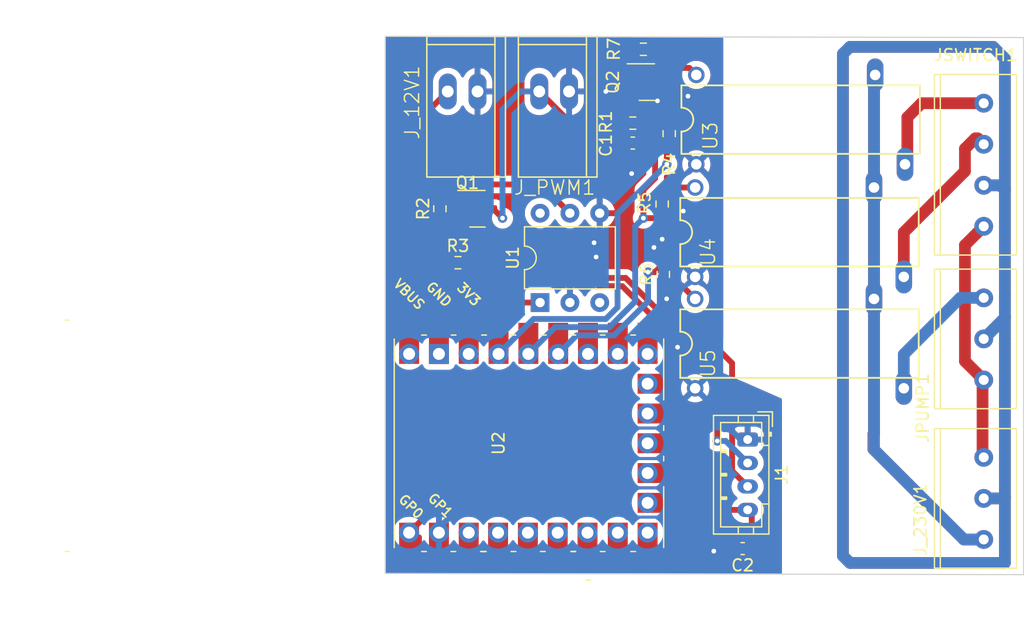
<source format=kicad_pcb>
(kicad_pcb (version 20221018) (generator pcbnew)
  (title_block (comment 4 "AISLER Project ID: VNZKHKDB"))
  (layers (0 "F.Cu" signal) (31 "B.Cu" signal) (34 "B.Paste" user) (35 "F.Paste" user) (36 "B.SilkS" user "B.Silkscreen") (37 "F.SilkS" user "F.Silkscreen") (38 "B.Mask" user) (39 "F.Mask" user) (44 "Edge.Cuts" user))
  (net 0 "")
  (net 1 "Net-(J_PWM1-Pin_2)")
  (net 2 "GND")
  (net 3 "Net-(J_12V1-Pin_2)")
  (net 4 "Net-(Q2-G)")
  (net 5 "Net-(Q2-D)")
  (net 6 "Net-(R3-Pad2)")
  (net 7 "Net-(U2-GPIO3)")
  (net 8 "Net-(U4-+)")
  (net 9 "Net-(U5-+)")
  (net 10 "Net-(U2-GPIO5)")
  (net 11 "Net-(U2-GPIO2)")
  (net 13 "Net-(JSWITCH1-Pin_1)")
  (net 14 "Net-(J_230V1-Pin_3)")
  (net 15 "Net-(JSWITCH1-Pin_2)")
  (net 16 "Net-(JPUMP1-Pin_1)")
  (net 17 "Net-(J1-Pin_3)")
  (net 18 "Net-(J1-Pin_2)")
  (net 34 "Net-(JPUMP1-Pin_2)")
  (net 35 "Net-(JPUMP1-Pin_3)")
  (net 36 "Net-(Q1-S-Pad1)")
  (net 37 "/V33")
  (footprint "localstuff:DIL16-CPC1965G" (layer "F.Cu") (at 106.9 69.8)
    (fp_text reference "U4" (at -8.5 0.4 90) (layer "F.SilkS") (effects (font (size 1.2065 1.2065) (thickness 0.127)) (justify right top)))
    (fp_text value "CPC1965G")
    (fp_line (start -10.16 -2.921) (end -10.16 -1.016) (stroke (width 0.1524)) (layer "F.SilkS"))
    (fp_line (start -10.16 2.921) (end -10.16 1.016) (stroke (width 0.1524)) (layer "F.SilkS"))
    (fp_line (start -10.16 2.921) (end 10.16 2.921) (stroke (width 0.1524)) (layer "F.SilkS"))
    (fp_line (start 10.16 -2.921) (end -10.16 -2.921) (stroke (width 0.1524)) (layer "F.SilkS"))
    (fp_line (start 10.16 -2.921) (end 10.16 2.921) (stroke (width 0.1524)) (layer "F.SilkS"))
    (fp_arc (start -10.16 -1.016) (mid -9.144 0) (end -10.16 1.016) (stroke (width 0.1524)) (layer "F.SilkS"))
    (pad "1" thru_hole circle (at -8.89 3.81 90) (size 1.408 1.408) (drill 0.9) (layers "*.Cu" "*.Mask") (net 2 "GND"))
    (pad "8" thru_hole oval (at 8.89 3.81 90) (size 2.816 1.408) (drill 0.9) (layers "*.Cu" "*.Mask") (net 15 "Net-(JSWITCH1-Pin_2)"))
    (pad "10" thru_hole oval (at 6.35 -3.81 90) (size 2.816 1.408) (drill 0.9) (layers "*.Cu" "*.Mask") (net 14 "Net-(J_230V1-Pin_3)"))
    (pad "16" thru_hole circle (at -8.89 -3.81 90) (size 1.408 1.408) (drill 0.9) (layers "*.Cu" "*.Mask") (net 8 "Net-(U4-+)"))
  )
  (footprint "Capacitor_SMD:C_0603_1608Metric_Pad1.08x0.95mm_HandSolder" (layer "F.Cu") (at 92.7 62.2 180)
    (fp_text reference "C1" (at 2.3 -0.2 90) (layer "F.SilkS"))
    (fp_text value "C")
    (fp_line (start -0.146267 -0.51) (end 0.146267 -0.51) (stroke (width 0.12)) (layer "F.SilkS"))
    (fp_line (start -0.146267 0.51) (end 0.146267 0.51) (stroke (width 0.12)) (layer "F.SilkS"))
    (pad "1" smd roundrect (at -0.8625 0 180) (size 1.075 0.95) (layers "F.Cu" "F.Paste" "F.Mask") (net 1 "Net-(J_PWM1-Pin_2)"))
    (pad "2" smd roundrect (at 0.8625 0 180) (size 1.075 0.95) (layers "F.Cu" "F.Paste" "F.Mask") (net 2 "GND"))
  )
  (footprint "Resistor_SMD:R_0603_1608Metric_Pad0.98x0.95mm_HandSolder" (layer "F.Cu") (at 76.2625 67.8 90)
    (fp_text reference "R2" (at 0 -1.43 90) (layer "F.SilkS"))
    (fp_text value "R 100k")
    (fp_line (start -0.254724 -0.5225) (end 0.254724 -0.5225) (stroke (width 0.12)) (layer "F.SilkS"))
    (fp_line (start -0.254724 0.5225) (end 0.254724 0.5225) (stroke (width 0.12)) (layer "F.SilkS"))
    (pad "1" smd roundrect (at -0.9125 0 90) (size 0.975 0.95) (layers "F.Cu" "F.Paste" "F.Mask") (net 3 "Net-(J_12V1-Pin_2)"))
    (pad "2" smd roundrect (at 0.9125 0 90) (size 0.975 0.95) (layers "F.Cu" "F.Paste" "F.Mask") (net 36 "Net-(Q1-S-Pad1)"))
  )
  (footprint "Package_TO_SOT_SMD:SOT-23" (layer "F.Cu") (at 79.4625 67.8)
    (fp_text reference "Q1" (at -0.8625 -2.2) (layer "F.SilkS"))
    (fp_text value "SI2390DS")
    (fp_line (start 0 -1.56) (end -1.675 -1.56) (stroke (width 0.12)) (layer "F.SilkS"))
    (fp_line (start 0 -1.56) (end 0.65 -1.56) (stroke (width 0.12)) (layer "F.SilkS"))
    (fp_line (start 0 1.56) (end -0.65 1.56) (stroke (width 0.12)) (layer "F.SilkS"))
    (fp_line (start 0 1.56) (end 0.65 1.56) (stroke (width 0.12)) (layer "F.SilkS"))
    (pad "1" smd roundrect (at -0.9375 -0.95) (size 1.475 0.6) (layers "F.Cu" "F.Paste" "F.Mask") (net 36 "Net-(Q1-S-Pad1)"))
    (pad "2" smd roundrect (at -0.9375 0.95) (size 1.475 0.6) (layers "F.Cu" "F.Paste" "F.Mask") (net 3 "Net-(J_12V1-Pin_2)"))
    (pad "3" smd roundrect (at 0.9375 0) (size 1.475 0.6) (layers "F.Cu" "F.Paste" "F.Mask") (net 1 "Net-(J_PWM1-Pin_2)"))
  )
  (footprint "localstuff:1X02_GN" (layer "F.Cu") (at 86 57.8 180)
    (fp_text reference "J_PWM1" (at -3.6 -8.9 180) (layer "F.SilkS") (effects (font (size 1.2065 1.2065) (thickness 0.12065)) (justify right bottom)))
    (fp_text value "Conn_01x02")
    (fp_line (start -3.65 -7.3) (end -3.65 4.7) (stroke (width 0.127)) (layer "F.SilkS"))
    (fp_line (start -3.65 4.7) (end -2.75 4.7) (stroke (width 0.127)) (layer "F.SilkS"))
    (fp_line (start -2.75 -7.3) (end -3.65 -7.3) (stroke (width 0.127)) (layer "F.SilkS"))
    (fp_line (start -2.75 -7.3) (end -2.75 4) (stroke (width 0.127)) (layer "F.SilkS"))
    (fp_line (start -2.75 4) (end -2.75 4.7) (stroke (width 0.127)) (layer "F.SilkS"))
    (fp_line (start -2.75 4) (end 3.05 4) (stroke (width 0.127)) (layer "F.SilkS"))
    (fp_line (start -2.75 4.7) (end 3.05 4.7) (stroke (width 0.127)) (layer "F.SilkS"))
    (fp_line (start 3.05 -7.3) (end -2.75 -7.3) (stroke (width 0.127)) (layer "F.SilkS"))
    (fp_line (start 3.05 4) (end 3.05 -7.3) (stroke (width 0.127)) (layer "F.SilkS"))
    (fp_line (start 3.05 4.7) (end 3.05 4) (stroke (width 0.127)) (layer "F.SilkS"))
    (pad "1" thru_hole oval (at -1.27 0 270) (size 3.048 1.524) (drill 1.016) (layers "*.Cu" "*.Mask") (net 2 "GND"))
    (pad "2" thru_hole oval (at 1.27 0 270) (size 3.048 1.524) (drill 1.016) (layers "*.Cu" "*.Mask") (net 1 "Net-(J_PWM1-Pin_2)"))
  )
  (footprint "Resistor_SMD:R_0603_1608Metric_Pad0.98x0.95mm_HandSolder" (layer "F.Cu") (at 77.8 72.4)
    (fp_text reference "R3" (at 0 -1.43) (layer "F.SilkS"))
    (fp_text value "R_180_0603")
    (fp_line (start -0.254724 -0.5225) (end 0.254724 -0.5225) (stroke (width 0.12)) (layer "F.SilkS"))
    (fp_line (start -0.254724 0.5225) (end 0.254724 0.5225) (stroke (width 0.12)) (layer "F.SilkS"))
    (pad "1" smd roundrect (at -0.9125 0) (size 0.975 0.95) (layers "F.Cu" "F.Paste" "F.Mask") (net 11 "Net-(U2-GPIO2)"))
    (pad "2" smd roundrect (at 0.9125 0) (size 0.975 0.95) (layers "F.Cu" "F.Paste" "F.Mask") (net 6 "Net-(R3-Pad2)"))
  )
  (footprint "Capacitor_SMD:C_0603_1608Metric" (layer "F.Cu") (at 102.06 96.78 180)
    (fp_text reference "C2" (at 0 -1.43) (layer "F.SilkS"))
    (fp_text value "CP_10µ_16V_0603")
    (fp_line (start -0.14058 -0.51) (end 0.14058 -0.51) (stroke (width 0.12)) (layer "F.SilkS"))
    (fp_line (start -0.14058 0.51) (end 0.14058 0.51) (stroke (width 0.12)) (layer "F.SilkS"))
    (pad "1" smd roundrect (at -0.775 0 180) (size 0.9 0.95) (layers "F.Cu" "F.Paste" "F.Mask") (net 37 "/V33"))
    (pad "2" smd roundrect (at 0.775 0 180) (size 0.9 0.95) (layers "F.Cu" "F.Paste" "F.Mask") (net 2 "GND"))
  )
  (footprint "Resistor_SMD:R_0603_1608Metric_Pad0.98x0.95mm_HandSolder" (layer "F.Cu") (at 93.6 54.2 180)
    (fp_text reference "R7" (at 2.5125 0 90) (layer "F.SilkS"))
    (fp_text value "R 100k")
    (fp_line (start -0.254724 -0.5225) (end 0.254724 -0.5225) (stroke (width 0.12)) (layer "F.SilkS"))
    (fp_line (start -0.254724 0.5225) (end 0.254724 0.5225) (stroke (width 0.12)) (layer "F.SilkS"))
    (pad "1" smd roundrect (at -0.9125 0 180) (size 0.975 0.95) (layers "F.Cu" "F.Paste" "F.Mask") (net 4 "Net-(Q2-G)"))
    (pad "2" smd roundrect (at 0.9125 0 180) (size 0.975 0.95) (layers "F.Cu" "F.Paste" "F.Mask") (net 2 "GND"))
  )
  (footprint "localstuff:Würth3.5mm_4" (layer "F.Cu") (at 122.6 58.8 -90)
    (fp_text reference "JSWITCH1" (at -4.1 0.7 unlocked) (layer "F.SilkS"))
    (fp_text value "Conn_01x04_Socket")
    (fp_line (start -2.45 -2.8) (end 12.95 -2.8) (stroke (width 0.12)) (layer "F.SilkS"))
    (fp_line (start -2.45 3.7) (end 12.95 3.7) (stroke (width 0.12)) (layer "F.SilkS"))
    (fp_line (start -2.45 4.2) (end -2.45 -2.8) (stroke (width 0.12)) (layer "F.SilkS"))
    (fp_line (start 12.95 -2.8) (end 12.95 4.2) (stroke (width 0.12)) (layer "F.SilkS"))
    (fp_line (start 12.95 4.2) (end -2.45 4.2) (stroke (width 0.12)) (layer "F.SilkS"))
    (pad "1" thru_hole circle (at 0 0 270) (size 1.6 1.6) (drill 0.85) (layers "*.Cu" "*.Mask") (net 13 "Net-(JSWITCH1-Pin_1)"))
    (pad "2" thru_hole circle (at 3.5 0 270) (size 1.6 1.6) (drill 0.85) (layers "*.Cu" "*.Mask") (net 15 "Net-(JSWITCH1-Pin_2)"))
    (pad "3" thru_hole circle (at 7 0 270) (size 1.6 1.6) (drill 0.85) (layers "*.Cu" "*.Mask") (net 34 "Net-(JPUMP1-Pin_2)"))
    (pad "4" thru_hole circle (at 10.5 0 270) (size 1.6 1.6) (drill 0.85) (layers "*.Cu" "*.Mask") (net 35 "Net-(JPUMP1-Pin_3)"))
  )
  (footprint "localstuff:Würth3.5mm_3" (layer "F.Cu") (at 122.6 75.4 -90)
    (fp_text reference "JPUMP1" (at 9.4 5.2 90 unlocked) (layer "F.SilkS"))
    (fp_text value "Conn_01x03_Socket")
    (fp_line (start -2.45 -2.8) (end 9.45 -2.8) (stroke (width 0.12)) (layer "F.SilkS"))
    (fp_line (start -2.45 3.7) (end 9.45 3.7) (stroke (width 0.12)) (layer "F.SilkS"))
    (fp_line (start -2.45 4.2) (end -2.45 -2.8) (stroke (width 0.12)) (layer "F.SilkS"))
    (fp_line (start 9.45 -2.8) (end 9.45 4.2) (stroke (width 0.12)) (layer "F.SilkS"))
    (fp_line (start 9.45 4.2) (end -2.45 4.2) (stroke (width 0.12)) (layer "F.SilkS"))
    (pad "1" thru_hole circle (at 0 0 270) (size 1.6 1.6) (drill 0.85) (layers "*.Cu" "*.Mask") (net 16 "Net-(JPUMP1-Pin_1)"))
    (pad "2" thru_hole circle (at 3.5 0 270) (size 1.6 1.6) (drill 0.85) (layers "*.Cu" "*.Mask") (net 34 "Net-(JPUMP1-Pin_2)"))
    (pad "3" thru_hole circle (at 7 0 270) (size 1.6 1.6) (drill 0.85) (layers "*.Cu" "*.Mask") (net 35 "Net-(JPUMP1-Pin_3)"))
  )
  (footprint "localstuff:1X02_GN" (layer "F.Cu") (at 78.2 57.8 180)
    (fp_text reference "J_12V1" (at 3.6 2.3 90) (layer "F.SilkS") (effects (font (size 1.2065 1.2065) (thickness 0.12065)) (justify right bottom)))
    (fp_text value "Conn_01x02")
    (fp_line (start -3.65 -7.3) (end -3.65 4.7) (stroke (width 0.127)) (layer "F.SilkS"))
    (fp_line (start -3.65 4.7) (end -2.75 4.7) (stroke (width 0.127)) (layer "F.SilkS"))
    (fp_line (start -2.75 -7.3) (end -3.65 -7.3) (stroke (width 0.127)) (layer "F.SilkS"))
    (fp_line (start -2.75 -7.3) (end -2.75 4) (stroke (width 0.127)) (layer "F.SilkS"))
    (fp_line (start -2.75 4) (end -2.75 4.7) (stroke (width 0.127)) (layer "F.SilkS"))
    (fp_line (start -2.75 4) (end 3.05 4) (stroke (width 0.127)) (layer "F.SilkS"))
    (fp_line (start -2.75 4.7) (end 3.05 4.7) (stroke (width 0.127)) (layer "F.SilkS"))
    (fp_line (start 3.05 -7.3) (end -2.75 -7.3) (stroke (width 0.127)) (layer "F.SilkS"))
    (fp_line (start 3.05 4) (end 3.05 -7.3) (stroke (width 0.127)) (layer "F.SilkS"))
    (fp_line (start 3.05 4.7) (end 3.05 4) (stroke (width 0.127)) (layer "F.SilkS"))
    (pad "1" thru_hole oval (at -1.27 0 270) (size 3.048 1.524) (drill 1.016) (layers "*.Cu" "*.Mask") (net 2 "GND"))
    (pad "2" thru_hole oval (at 1.27 0 270) (size 3.048 1.524) (drill 1.016) (layers "*.Cu" "*.Mask") (net 3 "Net-(J_12V1-Pin_2)"))
  )
  (footprint "Resistor_SMD:R_0603_1608Metric_Pad0.98x0.95mm_HandSolder" (layer "F.Cu") (at 95.8 61.4 -90)
    (fp_text reference "R4" (at 2.6 0 90) (layer "F.SilkS"))
    (fp_text value "R_100_0603")
    (fp_line (start -0.254724 -0.5225) (end 0.254724 -0.5225) (stroke (width 0.12)) (layer "F.SilkS"))
    (fp_line (start -0.254724 0.5225) (end 0.254724 0.5225) (stroke (width 0.12)) (layer "F.SilkS"))
    (pad "1" smd roundrect (at -0.9125 0 270) (size 0.975 0.95) (layers "F.Cu" "F.Paste" "F.Mask") (net 5 "Net-(Q2-D)"))
    (pad "2" smd roundrect (at 0.9125 0 270) (size 0.975 0.95) (layers "F.Cu" "F.Paste" "F.Mask") (net 7 "Net-(U2-GPIO3)"))
  )
  (footprint "Connector_JST:JST_PH_B4B-PH-K_1x04_P2.00mm_Vertical" (layer "F.Cu") (at 102.485 87.48 -90)
    (fp_text reference "J1" (at 3 -2.9 90) (layer "F.SilkS"))
    (fp_text value "Conn_01x04_Socket")
    (fp_line (start -2.36 -2.11) (end -2.36 -0.86) (stroke (width 0.12)) (layer "F.SilkS"))
    (fp_line (start -2.06 -1.81) (end -2.06 2.91) (stroke (width 0.12)) (layer "F.SilkS"))
    (fp_line (start -2.06 -0.5) (end -1.45 -0.5) (stroke (width 0.12)) (layer "F.SilkS"))
    (fp_line (start -2.06 0.8) (end -1.45 0.8) (stroke (width 0.12)) (layer "F.SilkS"))
    (fp_line (start -2.06 2.91) (end 8.06 2.91) (stroke (width 0.12)) (layer "F.SilkS"))
    (fp_line (start -1.45 -1.2) (end -1.45 2.3) (stroke (width 0.12)) (layer "F.SilkS"))
    (fp_line (start -1.45 2.3) (end 7.45 2.3) (stroke (width 0.12)) (layer "F.SilkS"))
    (fp_line (start -1.11 -2.11) (end -2.36 -2.11) (stroke (width 0.12)) (layer "F.SilkS"))
    (fp_line (start -0.6 -2.01) (end -0.6 -1.81) (stroke (width 0.12)) (layer "F.SilkS"))
    (fp_line (start -0.3 -2.01) (end -0.6 -2.01) (stroke (width 0.12)) (layer "F.SilkS"))
    (fp_line (start -0.3 -1.91) (end -0.6 -1.91) (stroke (width 0.12)) (layer "F.SilkS"))
    (fp_line (start -0.3 -1.81) (end -0.3 -2.01) (stroke (width 0.12)) (layer "F.SilkS"))
    (fp_line (start 0.5 -1.81) (end 0.5 -1.2) (stroke (width 0.12)) (layer "F.SilkS"))
    (fp_line (start 0.5 -1.2) (end -1.45 -1.2) (stroke (width 0.12)) (layer "F.SilkS"))
    (fp_line (start 0.9 1.8) (end 1.1 1.8) (stroke (width 0.12)) (layer "F.SilkS"))
    (fp_line (start 0.9 2.3) (end 0.9 1.8) (stroke (width 0.12)) (layer "F.SilkS"))
    (fp_line (start 1 2.3) (end 1 1.8) (stroke (width 0.12)) (layer "F.SilkS"))
    (fp_line (start 1.1 1.8) (end 1.1 2.3) (stroke (width 0.12)) (layer "F.SilkS"))
    (fp_line (start 2.9 1.8) (end 3.1 1.8) (stroke (width 0.12)) (layer "F.SilkS"))
    (fp_line (start 2.9 2.3) (end 2.9 1.8) (stroke (width 0.12)) (layer "F.SilkS"))
    (fp_line (start 3 2.3) (end 3 1.8) (stroke (width 0.12)) (layer "F.SilkS"))
    (fp_line (start 3.1 1.8) (end 3.1 2.3) (stroke (width 0.12)) (layer "F.SilkS"))
    (fp_line (start 4.9 1.8) (end 5.1 1.8) (stroke (width 0.12)) (layer "F.SilkS"))
    (fp_line (start 4.9 2.3) (end 4.9 1.8) (stroke (width 0.12)) (layer "F.SilkS"))
    (fp_line (start 5 2.3) (end 5 1.8) (stroke (width 0.12)) (layer "F.SilkS"))
    (fp_line (start 5.1 1.8) (end 5.1 2.3) (stroke (width 0.12)) (layer "F.SilkS"))
    (fp_line (start 5.5 -1.2) (end 5.5 -1.81) (stroke (width 0.12)) (layer "F.SilkS"))
    (fp_line (start 7.45 -1.2) (end 5.5 -1.2) (stroke (width 0.12)) (layer "F.SilkS"))
    (fp_line (start 7.45 2.3) (end 7.45 -1.2) (stroke (width 0.12)) (layer "F.SilkS"))
    (fp_line (start 8.06 -1.81) (end -2.06 -1.81) (stroke (width 0.12)) (layer "F.SilkS"))
    (fp_line (start 8.06 -0.5) (end 7.45 -0.5) (stroke (width 0.12)) (layer "F.SilkS"))
    (fp_line (start 8.06 0.8) (end 7.45 0.8) (stroke (width 0.12)) (layer "F.SilkS"))
    (fp_line (start 8.06 2.91) (end 8.06 -1.81) (stroke (width 0.12)) (layer "F.SilkS"))
    (pad "1" thru_hole roundrect (at 0 0 270) (size 1.2 1.75) (drill 0.75) (layers "*.Cu" "*.Mask") (roundrect_rratio 0.2083333333) (net 2 "GND"))
    (pad "2" thru_hole oval (at 2 0 270) (size 1.2 1.75) (drill 0.75) (layers "*.Cu" "*.Mask") (net 18 "Net-(J1-Pin_2)"))
    (pad "3" thru_hole oval (at 4 0 270) (size 1.2 1.75) (drill 0.75) (layers "*.Cu" "*.Mask") (net 17 "Net-(J1-Pin_3)"))
    (pad "4" thru_hole oval (at 6 0 270) (size 1.2 1.75) (drill 0.75) (layers "*.Cu" "*.Mask") (net 37 "/V33"))
  )
  (footprint "Resistor_SMD:R_0603_1608Metric_Pad0.98x0.95mm_HandSolder" (layer "F.Cu") (at 95.3 73.4 90)
    (fp_text reference "R6" (at 0 -1.43 90) (layer "F.SilkS"))
    (fp_text value "R_100_0603")
    (fp_line (start -0.254724 -0.5225) (end 0.254724 -0.5225) (stroke (width 0.12)) (layer "F.SilkS"))
    (fp_line (start -0.254724 0.5225) (end 0.254724 0.5225) (stroke (width 0.12)) (layer "F.SilkS"))
    (pad "1" smd roundrect (at -0.9125 0 90) (size 0.975 0.95) (layers "F.Cu" "F.Paste" "F.Mask") (net 9 "Net-(U5-+)"))
    (pad "2" smd roundrect (at 0.9125 0 90) (size 0.975 0.95) (layers "F.Cu" "F.Paste" "F.Mask") (net 10 "Net-(U2-GPIO5)"))
  )
  (footprint "Package_DIP:DIP-6_W7.62mm" (layer "F.Cu") (at 84.8 75.8 90)
    (fp_text reference "U1" (at 3.81 -2.33 90) (layer "F.SilkS"))
    (fp_text value "MOC8101")
    (fp_line (start 1.16 -1.33) (end 1.16 6.41) (stroke (width 0.12)) (layer "F.SilkS"))
    (fp_line (start 1.16 6.41) (end 6.46 6.41) (stroke (width 0.12)) (layer "F.SilkS"))
    (fp_line (start 2.81 -1.33) (end 1.16 -1.33) (stroke (width 0.12)) (layer "F.SilkS"))
    (fp_line (start 6.46 -1.33) (end 4.81 -1.33) (stroke (width 0.12)) (layer "F.SilkS"))
    (fp_line (start 6.46 6.41) (end 6.46 -1.33) (stroke (width 0.12)) (layer "F.SilkS"))
    (fp_arc (start 4.81 -1.33) (mid 3.81 -0.33) (end 2.81 -1.33) (stroke (width 0.12)) (layer "F.SilkS"))
    (pad "1" thru_hole rect (at 0 0 90) (size 1.6 1.6) (drill 0.8) (layers "*.Cu" "*.Mask") (net 6 "Net-(R3-Pad2)"))
    (pad "2" thru_hole oval (at 0 2.54 90) (size 1.6 1.6) (drill 0.8) (layers "*.Cu" "*.Mask") (net 2 "GND"))
    (pad "3" thru_hole oval (at 0 5.08 90) (size 1.6 1.6) (drill 0.8) (layers "*.Cu" "*.Mask"))
    (pad "4" thru_hole oval (at 7.62 5.08 90) (size 1.6 1.6) (drill 0.8) (layers "*.Cu" "*.Mask") (net 2 "GND"))
    (pad "5" thru_hole oval (at 7.62 2.54 90) (size 1.6 1.6) (drill 0.8) (layers "*.Cu" "*.Mask") (net 36 "Net-(Q1-S-Pad1)"))
    (pad "6" thru_hole oval (at 7.62 0 90) (size 1.6 1.6) (drill 0.8) (layers "*.Cu" "*.Mask"))
  )
  (footprint "localstuff:Würth3.5mm_3" (layer "F.Cu") (at 122.6 89 -90)
    (fp_text reference "J_230V1" (at 5.3 5.4 90 unlocked) (layer "F.SilkS"))
    (fp_text value "Conn_01x03_Socket")
    (fp_line (start -2.45 -2.8) (end 9.45 -2.8) (stroke (width 0.12)) (layer "F.SilkS"))
    (fp_line (start -2.45 3.7) (end 9.45 3.7) (stroke (width 0.12)) (layer "F.SilkS"))
    (fp_line (start -2.45 4.2) (end -2.45 -2.8) (stroke (width 0.12)) (layer "F.SilkS"))
    (fp_line (start 9.45 -2.8) (end 9.45 4.2) (stroke (width 0.12)) (layer "F.SilkS"))
    (fp_line (start 9.45 4.2) (end -2.45 4.2) (stroke (width 0.12)) (layer "F.SilkS"))
    (pad "1" thru_hole circle (at 0 0 270) (size 1.6 1.6) (drill 0.85) (layers "*.Cu" "*.Mask") (net 35 "Net-(JPUMP1-Pin_3)"))
    (pad "2" thru_hole circle (at 3.5 0 270) (size 1.6 1.6) (drill 0.85) (layers "*.Cu" "*.Mask") (net 34 "Net-(JPUMP1-Pin_2)"))
    (pad "3" thru_hole circle (at 7 0 270) (size 1.6 1.6) (drill 0.85) (layers "*.Cu" "*.Mask") (net 14 "Net-(J_230V1-Pin_3)"))
  )
  (footprint "localstuff:DIL16-CPC1965G" (layer "F.Cu") (at 106.9 79.3)
    (fp_text reference "U5" (at -8.5 0.4 90) (layer "F.SilkS") (effects (font (size 1.2065 1.2065) (thickness 0.127)) (justify right top)))
    (fp_text value "CPC1965G")
    (fp_line (start -10.16 -2.921) (end -10.16 -1.016) (stroke (width 0.1524)) (layer "F.SilkS"))
    (fp_line (start -10.16 2.921) (end -10.16 1.016) (stroke (width 0.1524)) (layer "F.SilkS"))
    (fp_line (start -10.16 2.921) (end 10.16 2.921) (stroke (width 0.1524)) (layer "F.SilkS"))
    (fp_line (start 10.16 -2.921) (end -10.16 -2.921) (stroke (width 0.1524)) (layer "F.SilkS"))
    (fp_line (start 10.16 -2.921) (end 10.16 2.921) (stroke (width 0.1524)) (layer "F.SilkS"))
    (fp_arc (start -10.16 -1.016) (mid -9.144 0) (end -10.16 1.016) (stroke (width 0.1524)) (layer "F.SilkS"))
    (pad "1" thru_hole circle (at -8.89 3.81 90) (size 1.408 1.408) (drill 0.9) (layers "*.Cu" "*.Mask") (net 2 "GND"))
    (pad "8" thru_hole oval (at 8.89 3.81 90) (size 2.816 1.408) (drill 0.9) (layers "*.Cu" "*.Mask") (net 16 "Net-(JPUMP1-Pin_1)"))
    (pad "10" thru_hole oval (at 6.35 -3.81 90) (size 2.816 1.408) (drill 0.9) (layers "*.Cu" "*.Mask") (net 14 "Net-(J_230V1-Pin_3)"))
    (pad "16" thru_hole circle (at -8.89 -3.81 90) (size 1.408 1.408) (drill 0.9) (layers "*.Cu" "*.Mask") (net 9 "Net-(U5-+)"))
  )
  (footprint "localstuff:DIL16-CPC1965G" (layer "F.Cu") (at 107 60.2)
    (fp_text reference "U3" (at -8.4 0.1 90) (layer "F.SilkS") (effects (font (size 1.2065 1.2065) (thickness 0.127)) (justify right top)))
    (fp_text value "CPC1965G")
    (fp_line (start -10.16 -2.921) (end -10.16 -1.016) (stroke (width 0.1524)) (layer "F.SilkS"))
    (fp_line (start -10.16 2.921) (end -10.16 1.016) (stroke (width 0.1524)) (layer "F.SilkS"))
    (fp_line (start -10.16 2.921) (end 10.16 2.921) (stroke (width 0.1524)) (layer "F.SilkS"))
    (fp_line (start 10.16 -2.921) (end -10.16 -2.921) (stroke (width 0.1524)) (layer "F.SilkS"))
    (fp_line (start 10.16 -2.921) (end 10.16 2.921) (stroke (width 0.1524)) (layer "F.SilkS"))
    (fp_arc (start -10.16 -1.016) (mid -9.144 0) (end -10.16 1.016) (stroke (width 0.1524)) (layer "F.SilkS"))
    (pad "1" thru_hole circle (at -8.89 3.81 90) (size 1.408 1.408) (drill 0.9) (layers "*.Cu" "*.Mask") (net 2 "GND"))
    (pad "8" thru_hole oval (at 8.89 3.81 90) (size 2.816 1.408) (drill 0.9) (layers "*.Cu" "*.Mask") (net 13 "Net-(JSWITCH1-Pin_1)"))
    (pad "10" thru_hole oval (at 6.35 -3.81 90) (size 2.816 1.408) (drill 0.9) (layers "*.Cu" "*.Mask") (net 14 "Net-(J_230V1-Pin_3)"))
    (pad "16" thru_hole circle (at -8.89 -3.81 90) (size 1.408 1.408) (drill 0.9) (layers "*.Cu" "*.Mask") (net 5 "Net-(Q2-D)"))
  )
  (footprint "Package_TO_SOT_SMD:SOT-23" (layer "F.Cu") (at 93.9 57)
    (fp_text reference "Q2" (at -2.9 0 90) (layer "F.SilkS"))
    (fp_text value "2N7002")
    (fp_line (start 0 -1.56) (end -1.675 -1.56) (stroke (width 0.12)) (layer "F.SilkS"))
    (fp_line (start 0 -1.56) (end 0.65 -1.56) (stroke (width 0.12)) (layer "F.SilkS"))
    (fp_line (start 0 1.56) (end -0.65 1.56) (stroke (width 0.12)) (layer "F.SilkS"))
    (fp_line (start 0 1.56) (end 0.65 1.56) (stroke (width 0.12)) (layer "F.SilkS"))
    (pad "1" smd roundrect (at -0.9375 -0.95) (size 1.475 0.6) (layers "F.Cu" "F.Paste" "F.Mask") (net 4 "Net-(Q2-G)"))
    (pad "2" smd roundrect (at -0.9375 0.95) (size 1.475 0.6) (layers "F.Cu" "F.Paste" "F.Mask") (net 2 "GND"))
    (pad "3" smd roundrect (at 0.9375 0) (size 1.475 0.6) (layers "F.Cu" "F.Paste" "F.Mask") (net 5 "Net-(Q2-D)"))
  )
  (footprint "Resistor_SMD:R_0603_1608Metric_Pad0.98x0.95mm_HandSolder" (layer "F.Cu") (at 92.7 60.5 180)
    (fp_text reference "R1" (at 2.3 0.1 90) (layer "F.SilkS"))
    (fp_text value "R 10k")
    (fp_line (start -0.254724 -0.5225) (end 0.254724 -0.5225) (stroke (width 0.12)) (layer "F.SilkS"))
    (fp_line (start -0.254724 0.5225) (end 0.254724 0.5225) (stroke (width 0.12)) (layer "F.SilkS"))
    (pad "1" smd roundrect (at -0.9125 0 180) (size 0.975 0.95) (layers "F.Cu" "F.Paste" "F.Mask") (net 1 "Net-(J_PWM1-Pin_2)"))
    (pad "2" smd roundrect (at 0.9125 0 180) (size 0.975 0.95) (layers "F.Cu" "F.Paste" "F.Mask") (net 2 "GND"))
  )
  (footprint "localstuff:RPi_Ali_SMD_TH" (layer "F.Cu") (at 83.8 87.8 90)
    (fp_text reference "U2" (at 0 -2.54 90) (layer "F.SilkS"))
    (fp_text value "~" hide)
    (fp_text user "GND" (at 12.7 -7.62 135) (layer "F.SilkS") (effects (font (size 0.8 0.8))))
    (fp_text user "VBUS" (at 12.7 -10.16 135) (layer "F.SilkS") (effects (font (size 0.8 0.8))))
    (fp_text user "3V3" (at 12.7 -5.08 135) (layer "F.SilkS") (effects (font (size 0.8 0.8))))
    (fp_text user "GP0" (at -5.4 -10 135) (layer "F.SilkS") (effects (font (size 0.8 0.8))))
    (fp_text user "GP1" (at -5.3 -7.5 135) (layer "F.SilkS") (effects (font (size 0.8 0.8))))
    (fp_line (start -11.67 4.9) (end -11.67 5.3) (stroke (width 0.12)) (layer "F.SilkS"))
    (fp_line (start -9.23 -39.47) (end -9.23 -39.17) (stroke (width 0.12)) (layer "F.SilkS"))
    (fp_line (start -9.23 -9.09) (end -9.23 -8.69) (stroke (width 0.12)) (layer "F.SilkS"))
    (fp_line (start -9.23 -6.59) (end -9.23 -6.19) (stroke (width 0.12)) (layer "F.SilkS"))
    (fp_line (start -9.23 -4.07) (end -9.23 -3.67) (stroke (width 0.12)) (layer "F.SilkS"))
    (fp_line (start -9.23 -3.99) (end -9.23 -3.59) (stroke (width 0.12)) (layer "F.SilkS"))
    (fp_line (start -9.23 -1.47) (end -9.23 -1.07) (stroke (width 0.12)) (layer "F.SilkS"))
    (fp_line (start -9.23 1.03) (end -9.23 1.43) (stroke (width 0.12)) (layer "F.SilkS"))
    (fp_line (start -9.23 3.63) (end -9.23 4.03) (stroke (width 0.12)) (layer "F.SilkS"))
    (fp_line (start -9.23 3.63) (end -9.23 4.03) (stroke (width 0.12)) (layer "F.SilkS"))
    (fp_line (start -9.23 6.13) (end -9.23 6.53) (stroke (width 0.12)) (layer "F.SilkS"))
    (fp_line (start -9.23 8.73) (end -9.23 9.13) (stroke (width 0.12)) (layer "F.SilkS"))
    (fp_line (start -8.89 -11.43) (end 8.89 -11.43) (stroke (width 0.12)) (layer "F.SilkS"))
    (fp_line (start -3.7 11.53) (end -8.89 11.53) (stroke (width 0.12)) (layer "F.SilkS"))
    (fp_line (start -1.5 11.53) (end -1.1 11.53) (stroke (width 0.12)) (layer "F.SilkS"))
    (fp_line (start 1.1 11.53) (end 1.5 11.53) (stroke (width 0.12)) (layer "F.SilkS"))
    (fp_line (start 8.89 11.53) (end 3.7 11.53) (stroke (width 0.12)) (layer "F.SilkS"))
    (fp_line (start 9.23 -9.09) (end 9.23 -8.69) (stroke (width 0.12)) (layer "F.SilkS"))
    (fp_line (start 9.23 -6.57) (end 9.23 -6.17) (stroke (width 0.12)) (layer "F.SilkS"))
    (fp_line (start 9.23 -3.97) (end 9.23 -3.57) (stroke (width 0.12)) (layer "F.SilkS"))
    (fp_line (start 9.23 -1.47) (end 9.23 -1.07) (stroke (width 0.12)) (layer "F.SilkS"))
    (fp_line (start 9.23 1.13) (end 9.23 1.53) (stroke (width 0.12)) (layer "F.SilkS"))
    (fp_line (start 9.23 3.63) (end 9.23 4.03) (stroke (width 0.12)) (layer "F.SilkS"))
    (fp_line (start 9.23 6.13) (end 9.23 6.53) (stroke (width 0.12)) (layer "F.SilkS"))
    (fp_line (start 9.23 8.73) (end 9.23 9.13) (stroke (width 0.12)) (layer "F.SilkS"))
    (fp_line (start 10.5 -39.47) (end 10.5 -39.17) (stroke (width 0.12)) (layer "F.SilkS"))
    (pad "1" thru_hole oval (at 7.62 -10.16 90) (size 1.7 1.7) (drill 1.02) (layers "*.Cu" "*.Mask") (net 17 "Net-(J1-Pin_3)"))
    (pad "1" smd rect (at 7.62 -10.16 90) (size 3.5 1.7) (drill (offset 0.9 0)) (layers "F.Cu" "F.Mask") (net 17 "Net-(J1-Pin_3)"))
    (pad "2" thru_hole rect (at 7.62 -7.62 90) (size 1.7 1.7) (drill 1.02) (layers "*.Cu" "*.Mask") (net 18 "Net-(J1-Pin_2)"))
    (pad "2" smd rect (at 7.62 -7.62 90) (size 3.5 1.7) (drill (offset 0.9 0)) (layers "F.Cu" "F.Mask") (net 18 "Net-(J1-Pin_2)"))
    (pad "3" thru_hole oval (at 7.62 -5.08 90) (size 1.7 1.7) (drill 1.02) (layers "*.Cu" "*.Mask") (net 11 "Net-(U2-GPIO2)"))
    (pad "3" smd rect (at 7.62 -5.08 90) (size 3.5 1.7) (drill (offset 0.9 0)) (layers "F.Cu" "F.Mask") (net 11 "Net-(U2-GPIO2)"))
    (pad "4" thru_hole oval (at 7.62 -2.54 90) (size 1.7 1.7) (drill 1.02) (layers "*.Cu" "*.Mask") (net 7 "Net-(U2-GPIO3)"))
    (pad "4" smd rect (at 7.62 -2.54 90) (size 3.5 1.7) (drill (offset 0.9 0)) (layers "F.Cu" "F.Mask") (net 7 "Net-(U2-GPIO3)"))
    (pad "5" thru_hole oval (at 7.62 0 90) (size 1.7 1.7) (drill 1.02) (layers "*.Cu" "*.Mask") (net 4 "Net-(Q2-G)"))
    (pad "5" smd rect (at 7.62 0 90) (size 3.5 1.7) (drill (offset 0.9 0)) (layers "F.Cu" "F.Mask") (net 4 "Net-(Q2-G)"))
    (pad "6" thru_hole oval (at 7.62 2.54 90) (size 1.7 1.7) (drill 1.02) (layers "*.Cu" "*.Mask") (net 10 "Net-(U2-GPIO5)"))
    (pad "6" smd rect (at 7.62 2.54 90) (size 3.5 1.7) (drill (offset 0.9 0)) (layers "F.Cu" "F.Mask") (net 10 "Net-(U2-GPIO5)"))
    (pad "7" thru_hole circle (at 7.62 5.08 90) (size 1.7 1.7) (drill 1.02) (layers "*.Cu" "*.Mask"))
    (pad "7" smd rect (at 7.62 5.08 90) (size 3.5 1.7) (drill (offset 0.9 0)) (layers "F.Cu" "F.Mask"))
    (pad "8" thru_hole oval (at 7.62 7.62 90) (size 1.7 1.7) (drill 1.02) (layers "*.Cu" "*.Mask"))
    (pad "8" smd rect (at 7.62 7.62 90) (size 3.5 1.7) (drill (offset 0.9 0)) (layers "F.Cu" "F.Mask"))
    (pad "9" thru_hole oval (at 7.62 10.16 90) (size 1.7 1.7) (drill 1.02) (layers "*.Cu" "*.Mask"))
    (pad "9" smd rect (at 7.62 10.16 90) (size 3.5 1.7) (drill (offset 0.9 0)) (layers "F.Cu" "F.Mask"))
    (pad "10" thru_hole oval (at 5.08 10.16 90) (size 1.7 1.7) (drill 1.02) (layers "*.Cu" "*.Mask"))
    (pad "10" smd rect (at 5.08 10.16 180) (size 3.5 1.7) (drill (offset -0.9 0)) (layers "F.Cu" "F.Mask"))
    (pad "11" thru_hole oval (at 2.54 10.16 90) (size 1.7 1.7) (drill 1.02) (layers "*.Cu" "*.Mask"))
    (pad "11" smd rect (at 2.54 10.16 180) (size 3.5 1.7) (drill (offset -0.9 0)) (layers "F.Cu" "F.Mask"))
    (pad "12" thru_hole oval (at 0 10.16 90) (size 1.7 1.7) (drill 1.02) (layers "*.Cu" "*.Mask"))
    (pad "12" smd rect (at 0 10.16 180) (size 3.5 1.7) (drill (offset -0.9 0)) (layers "F.Cu" "F.Mask"))
    (pad "13" thru_hole oval (at -2.54 10.16 90) (size 1.7 1.7) (drill 1.02) (layers "*.Cu" "*.Mask"))
    (pad "13" smd rect (at -2.54 10.16 180) (size 3.5 1.7) (drill (offset -0.9 0)) (layers "F.Cu" "F.Mask"))
    (pad "14" thru_hole oval (at -5.08 10.16 90) (size 1.7 1.7) (drill 1.02) (layers "*.Cu" "*.Mask"))
    (pad "14" smd rect (at -5.08 10.16 180) (size 3.5 1.7) (drill (offset -0.9 0)) (layers "F.Cu" "F.Mask"))
    (pad "15" thru_hole oval (at -7.62 10.16 90) (size 1.7 1.7) (drill 1.02) (layers "*.Cu" "*.Mask"))
    (pad "15" smd rect (at -7.62 10.16 90) (size 3.5 1.7) (drill (offset -0.9 0)) (layers "F.Cu" "F.Mask"))
    (pad "16" thru_hole oval (at -7.62 7.62 90) (size 1.7 1.7) (drill 1.02) (layers "*.Cu" "*.Mask"))
    (pad "16" smd rect (at -7.62 7.62 90) (size 3.5 1.7) (drill (offset -0.9 0)) (layers "F.Cu" "F.Mask"))
    (pad "17" thru_hole oval (at -7.62 5.04 90) (size 1.7 1.7) (drill 1.02) (layers "*.Cu" "*.Mask"))
    (pad "17" smd rect (at -7.62 5.04 90) (size 3.5 1.7) (drill (offset -0.9 0)) (layers "F.Cu" "F.Mask"))
    (pad "18" thru_hole oval (at -7.62 2.5 90) (size 1.7 1.7) (drill 1.02) (layers "*.Cu" "*.Mask"))
    (pad "18" smd rect (at -7.62 2.5 90) (size 3.5 1.7) (drill (offset -0.9 0)) (layers "F.Cu" "F.Mask"))
    (pad "19" thru_hole oval (at -7.62 -0.04 90) (size 1.7 1.7) (drill 1.02) (layers "*.Cu" "*.Mask"))
    (pad "19" smd rect (at -7.62 -0.04 90) (size 3.5 1.7) (drill (offset -0.9 0)) (layers "F.Cu" "F.Mask"))
    (pad "20" thru_hole oval (at -7.62 -2.58 90) (size 1.7 1.7) (drill 1.02) (layers "*.Cu" "*.Mask"))
    (pad "20" smd rect (at -7.62 -2.58 90) (size 3.5 1.7) (drill (offset -0.9 0)) (layers "F.Cu" "F.Mask"))
    (pad "21" thru_hole oval (at -7.62 -5.08 90) (size 1.7 1.7) (drill 1.02) (layers "*.Cu" "*.Mask"))
    (pad "21" smd rect (at -7.62 -5.08 90) (size 3.5 1.7) (drill (offset -0.9 0)) (layers "F.Cu" "F.Mask"))
    (pad "22" thru_hole oval (at -7.62 -7.62 90) (size 1.7 1.7) (drill 1.02) (layers "*.Cu" "*.Mask") (net 2 "GND"))
    (pad "22" smd rect (at -7.62 -7.62 90) (size 3.5 1.7) (drill (offset -0.9 0)) (layers "F.Cu" "F.Mask") (net 2 "GND"))
    (pad "23" thru_hole oval (at -7.62 -10.16 90) (size 1.7 1.7) (drill 1.02) (layers "*.Cu" "*.Mask") (net 37 "/V33"))
    (pad "23" smd rect (at -7.62 -10.16 90) (size 3.5 1.7) (drill (offset -0.9 0)) (layers "F.Cu" "F.Mask") (net 37 "/V33"))
  )
  (footprint "Resistor_SMD:R_0603_1608Metric_Pad0.98x0.95mm_HandSolder" (layer "F.Cu") (at 95.2 67.4 -90)
    (fp_text reference "R5" (at -0.1 1.5 90) (layer "F.SilkS"))
    (fp_text value "R_100_0603")
    (fp_line (start -0.254724 -0.5225) (end 0.254724 -0.5225) (stroke (width 0.12)) (layer "F.SilkS"))
    (fp_line (start -0.254724 0.5225) (end 0.254724 0.5225) (stroke (width 0.12)) (layer "F.SilkS"))
    (pad "1" smd roundrect (at -0.9125 0 270) (size 0.975 0.95) (layers "F.Cu" "F.Paste" "F.Mask") (net 8 "Net-(U4-+)"))
    (pad "2" smd roundrect (at 0.9125 0 270) (size 0.975 0.95) (layers "F.Cu" "F.Paste" "F.Mask") (net 4 "Net-(Q2-G)"))
  )
  (gr_line (start 126 53.2) (end 126 99) (stroke (width 0.1)) (layer "Edge.Cuts"))
  (gr_line (start 126 53.2) (end 71.6 53.1) (stroke (width 0.1)) (layer "Edge.Cuts"))
  (gr_line (start 71.6 53.1) (end 71.6 98.9) (stroke (width 0.1)) (layer "Edge.Cuts"))
  (gr_line (start 71.6 98.9) (end 126 99) (stroke (width 0.1)) (layer "Edge.Cuts"))
  (segment (start 90.621146 60.2) (end 87.13 60.2) (width 0.5) (layer "F.Cu") (net 1))
  (segment (start 80.8 67.8) (end 81.6 68.6) (width 0.5) (layer "F.Cu") (net 1))
  (segment (start 93.6125 60.5) (end 93.253854 60.5) (width 0.5) (layer "F.Cu") (net 1))
  (segment (start 93.5625 60.55) (end 93.6125 60.5) (width 0.5) (layer "F.Cu") (net 1))
  (segment (start 80.4 67.8) (end 80.8 67.8) (width 0.5) (layer "F.Cu") (net 1))
  (segment (start 93.253854 60.5) (end 92.328854 59.575) (width 0.5) (layer "F.Cu") (net 1))
  (segment (start 87.13 60.2) (end 84.73 57.8) (width 0.5) (layer "F.Cu") (net 1))
  (segment (start 92.328854 59.575) (end 91.246146 59.575) (width 0.5) (layer "F.Cu") (net 1))
  (segment (start 91.246146 59.575) (end 90.621146 60.2) (width 0.5) (layer "F.Cu") (net 1))
  (segment (start 93.5625 62.2) (end 93.5625 60.55) (width 0.5) (layer "F.Cu") (net 1))
  (via (at 81.6 68.6) (size 0.8) (drill 0.4) (layers "F.Cu" "B.Cu") (net 1))
  (segment (start 83.13 57.8) (end 84.73 57.8) (width 0.5) (layer "B.Cu") (net 1))
  (segment (start 81.6 68.6) (end 81.6 59.33) (width 0.5) (layer "B.Cu") (net 1))
  (segment (start 81.6 59.33) (end 83.13 57.8) (width 0.5) (layer "B.Cu") (net 1))
  (segment (start 99.6 97) (end 101.065 97) (width 0.5) (layer "F.Cu") (net 2))
  (segment (start 101.065 97) (end 101.285 96.78) (width 0.5) (layer "F.Cu") (net 2))
  (via (at 97 68) (size 0.8) (drill 0.4) (layers "F.Cu" "B.Cu") (net 2))
  (via (at 95.2 70.4) (size 0.8) (drill 0.4) (layers "F.Cu" "B.Cu") (net 2))
  (via (at 97.4 58.2) (size 0.8) (drill 0.4) (layers "F.Cu" "B.Cu") (net 2))
  (via (at 94.5 71.100769) (size 0.8) (drill 0.4) (layers "F.Cu" "B.Cu") (net 2))
  (via (at 96.512923 79.605717) (size 0.8) (drill 0.4) (layers "F.Cu" "B.Cu") (net 2))
  (via (at 89.4 70.7) (size 0.8) (drill 0.4) (layers "F.Cu" "B.Cu") (net 2))
  (via (at 89.574885 71.912141) (size 0.8) (drill 0.4) (layers "F.Cu" "B.Cu") (net 2))
  (via (at 94.8 58.6) (size 0.8) (drill 0.4) (layers "F.Cu" "B.Cu") (net 2))
  (via (at 92.6 64.8) (size 0.8) (drill 0.4) (layers "F.Cu" "B.Cu") (net 2))
  (via (at 90.4 57.8) (size 0.8) (drill 0.4) (layers "F.Cu" "B.Cu") (net 2))
  (via (at 95.583689 75.480632) (size 0.8) (drill 0.4) (layers "F.Cu" "B.Cu") (net 2))
  (via (at 99.6 97) (size 0.8) (drill 0.4) (layers "F.Cu" "B.Cu") (net 2))
  (segment (start 98.065 91.7) (end 97.965 91.6) (width 0.5) (layer "B.Cu") (net 2))
  (segment (start 99 96.4) (end 99.6 97) (width 0.5) (layer "B.Cu") (net 2))
  (segment (start 99 86.4) (end 98.065 86.4) (width 0.5) (layer "B.Cu") (net 2))
  (segment (start 91.6 91.5) (end 91.6 88.9) (width 0.5) (layer "B.Cu") (net 2))
  (segment (start 99 94.1) (end 99 96.4) (width 0.5) (layer "B.Cu") (net 2))
  (segment (start 92.235 94.1) (end 97.965 94.1) (width 0.25) (layer "B.Cu") (net 2))
  (segment (start 102.485 87.48) (end 101.88 87.48) (width 0.5) (layer "B.Cu") (net 2))
  (segment (start 91.6 88.9) (end 92.035 88.9) (width 0.5) (layer "B.Cu") (net 2))
  (segment (start 92 86.5) (end 92.235 86.5) (width 0.5) (layer "B.Cu") (net 2))
  (segment (start 98.065 86.4) (end 97.965 86.5) (width 0.5) (layer "B.Cu") (net 2))
  (segment (start 92.235 91.6) (end 97.965 91.6) (width 0.25) (layer "B.Cu") (net 2))
  (segment (start 92.235 89.1) (end 97.965 89.1) (width 0.25) (layer "B.Cu") (net 2))
  (segment (start 99 86.4) (end 99 89.2) (width 0.5) (layer "B.Cu") (net 2))
  (segment (start 101.88 87.48) (end 100.8 86.4) (width 0.5) (layer "B.Cu") (net 2))
  (segment (start 99 89.2) (end 98.065 89.2) (width 0.5) (layer "B.Cu") (net 2))
  (segment (start 98.065 89.2) (end 97.965 89.1) (width 0.5) (layer "B.Cu") (net 2))
  (segment (start 91.6 86.9) (end 92 86.5) (width 0.5) (layer "B.Cu") (net 2))
  (segment (start 78.4 92.8) (end 91.6 92.8) (width 0.5) (layer "B.Cu") (net 2))
  (segment (start 100.8 86.4) (end 99 86.4) (width 0.5) (layer "B.Cu") (net 2))
  (segment (start 92.035 88.9) (end 92.235 89.1) (width 0.5) (layer "B.Cu") (net 2))
  (segment (start 76.18 95.02) (end 77.8 93.4) (width 0.5) (layer "B.Cu") (net 2))
  (segment (start 77.8 93.4) (end 78.4 92.8) (width 0.5) (layer "B.Cu") (net 2))
  (segment (start 99 91.7) (end 98.065 91.7) (width 0.5) (layer "B.Cu") (net 2))
  (segment (start 91.6 93.465) (end 92.235 94.1) (width 0.5) (layer "B.Cu") (net 2))
  (segment (start 99 91.7) (end 99 94.1) (width 0.5) (layer "B.Cu") (net 2))
  (segment (start 91.6 88.9) (end 91.6 86.9) (width 0.5) (layer "B.Cu") (net 2))
  (segment (start 92.135 91.5) (end 92.235 91.6) (width 0.5) (layer "B.Cu") (net 2))
  (segment (start 91.6 92.8) (end 91.6 93.465) (width 0.5) (layer "B.Cu") (net 2))
  (segment (start 99 89.2) (end 99 91.7) (width 0.5) (layer "B.Cu") (net 2))
  (segment (start 76.18 95.42) (end 76.18 95.02) (width 0.5) (layer "B.Cu") (net 2))
  (segment (start 99 94.1) (end 97.965 94.1) (width 0.5) (layer "B.Cu") (net 2))
  (segment (start 91.6 92.8) (end 91.6 91.5) (width 0.5) (layer "B.Cu") (net 2))
  (segment (start 92.235 86.5) (end 97.965 86.5) (width 0.25) (layer "B.Cu") (net 2))
  (segment (start 91.6 91.5) (end 92.135 91.5) (width 0.5) (layer "B.Cu") (net 2))
  (segment (start 78.4875 68.7125) (end 78.525 68.75) (width 0.5) (layer "F.Cu") (net 3))
  (segment (start 75.3375 59.3925) (end 76.93 57.8) (width 0.5) (layer "F.Cu") (net 3))
  (segment (start 76.2625 68.7125) (end 75.3375 67.7875) (width 0.5) (layer "F.Cu") (net 3))
  (segment (start 76.2625 68.7125) (end 78.4875 68.7125) (width 0.5) (layer "F.Cu") (net 3))
  (segment (start 75.3375 67.7875) (end 75.3375 59.3925) (width 0.5) (layer "F.Cu") (net 3))
  (segment (start 94.6 65.2) (end 93.6 66.2) (width 0.5) (layer "F.Cu") (net 4))
  (segment (start 94.5125 54.5) (end 92.9625 56.05) (width 0.5) (layer "F.Cu") (net 4))
  (segment (start 93.6 68.6) (end 94.9125 68.6) (width 0.5) (layer "F.Cu") (net 4))
  (segment (start 93.6 66.2) (end 93.6 68.6) (width 0.5) (layer "F.Cu") (net 4))
  (segment (start 92.9625 56.05) (end 91.6 57.4125) (width 0.5) (layer "F.Cu") (net 4))
  (segment (start 91.6 58.3) (end 92.175 58.875) (width 0.5) (layer "F.Cu") (net 4))
  (segment (start 94.5125 54.2) (end 94.5125 54.5) (width 0.5) (layer "F.Cu") (net 4))
  (segment (start 94.9125 68.6) (end 95.2 68.3125) (width 0.5) (layer "F.Cu") (net 4))
  (segment (start 93.453854 58.875) (end 94.6 60.021146) (width 0.5) (layer "F.Cu") (net 4))
  (segment (start 92.175 58.875) (end 93.453854 58.875) (width 0.5) (layer "F.Cu") (net 4))
  (segment (start 94.6 60.021146) (end 94.6 65.2) (width 0.5) (layer "F.Cu") (net 4))
  (segment (start 91.6 57.4125) (end 91.6 58.3) (width 0.5) (layer "F.Cu") (net 4))
  (via (at 93.6 68.6) (size 0.8) (drill 0.4) (layers "F.Cu" "B.Cu") (net 4))
  (segment (start 86.08 77.9) (end 90.710051 77.9) (width 0.5) (layer "B.Cu") (net 4))
  (segment (start 92.9 75.710051) (end 92.9 69.3) (width 0.5) (layer "B.Cu") (net 4))
  (segment (start 83.8 80.18) (end 86.08 77.9) (width 0.5) (layer "B.Cu") (net 4))
  (segment (start 90.710051 77.9) (end 92.9 75.710051) (width 0.5) (layer "B.Cu") (net 4))
  (segment (start 92.9 69.3) (end 93.6 68.6) (width 0.5) (layer "B.Cu") (net 4))
  (segment (start 97.51 55.79) (end 98.11 56.39) (width 0.5) (layer "F.Cu") (net 5))
  (segment (start 94.8375 55.8625) (end 94.91 55.79) (width 0.5) (layer "F.Cu") (net 5))
  (segment (start 94.91 55.79) (end 97.51 55.79) (width 0.5) (layer "F.Cu") (net 5))
  (segment (start 94.8375 57) (end 94.8375 55.8625) (width 0.5) (layer "F.Cu") (net 5))
  (segment (start 95.8 57.9625) (end 94.8375 57) (width 0.5) (layer "F.Cu") (net 5))
  (segment (start 95.8 60.4875) (end 95.8 57.9625) (width 0.5) (layer "F.Cu") (net 5))
  (segment (start 82.1125 75.8) (end 84.8 75.8) (width 0.5) (layer "F.Cu") (net 6))
  (segment (start 78.7125 72.4) (end 82.1125 75.8) (width 0.5) (layer "F.Cu") (net 6))
  (segment (start 95.6 62.5125) (end 95.6 64) (width 0.5) (layer "F.Cu") (net 7))
  (segment (start 95.8 62.3125) (end 95.6 62.5125) (width 0.5) (layer "F.Cu") (net 7))
  (via (at 95.6 64) (size 0.8) (drill 0.4) (layers "F.Cu" "B.Cu") (net 7))
  (segment (start 81.26 80.18) (end 84.24 77.2) (width 0.5) (layer "B.Cu") (net 7))
  (segment (start 91.4 68.2) (end 95.6 64) (width 0.5) (layer "B.Cu") (net 7))
  (segment (start 90.4 77.2) (end 91.4 76.2) (width 0.5) (layer "B.Cu") (net 7))
  (segment (start 84.24 77.2) (end 90.4 77.2) (width 0.5) (layer "B.Cu") (net 7))
  (segment (start 91.4 76.2) (end 91.4 68.2) (width 0.5) (layer "B.Cu") (net 7))
  (segment (start 96.21 65.99) (end 98.01 65.99) (width 0.5) (layer "F.Cu") (net 8))
  (segment (start 95.7125 66.4875) (end 96.21 65.99) (width 0.5) (layer "F.Cu") (net 8))
  (segment (start 95.2 66.4875) (end 95.7125 66.4875) (width 0.5) (layer "F.Cu") (net 8))
  (segment (start 95.3 74.3125) (end 96.8325 74.3125) (width 0.5) (layer "F.Cu") (net 9))
  (segment (start 96.8325 74.3125) (end 98.01 75.49) (width 0.5) (layer "F.Cu") (net 9))
  (segment (start 94.5875 73.2) (end 94 73.2) (width 0.5) (layer "F.Cu") (net 10))
  (segment (start 95.3 72.4875) (end 94.5875 73.2) (width 0.5) (layer "F.Cu") (net 10))
  (via (at 94 73.2) (size 0.8) (drill 0.4) (layers "F.Cu" "B.Cu") (net 10))
  (segment (start 91.1 78.6) (end 94 75.7) (width 0.5) (layer "B.Cu") (net 10))
  (segment (start 94 75.7) (end 94 73.2) (width 0.5) (layer "B.Cu") (net 10))
  (segment (start 86.34 80.18) (end 87.92 78.6) (width 0.5) (layer "B.Cu") (net 10))
  (segment (start 87.92 78.6) (end 91.1 78.6) (width 0.5) (layer "B.Cu") (net 10))
  (segment (start 78.72 74.2325) (end 78.72 80.18) (width 0.5) (layer "F.Cu") (net 11))
  (segment (start 76.8875 72.4) (end 78.72 74.2325) (width 0.5) (layer "F.Cu") (net 11))
  (segment (start 116.09 63.81) (end 115.89 64.01) (width 1) (layer "F.Cu") (net 13))
  (segment (start 117.3 58.8) (end 116.09 60.01) (width 1) (layer "F.Cu") (net 13))
  (segment (start 122.6 58.8) (end 117.3 58.8) (width 1) (layer "F.Cu") (net 13))
  (segment (start 116.09 60.01) (end 116.09 63.81) (width 1) (layer "F.Cu") (net 13))
  (segment (start 113.25 56.49) (end 113.35 56.39) (width 1) (layer "F.Cu") (net 14))
  (segment (start 113.25 75.49) (end 113.25 86.971321) (width 1) (layer "F.Cu") (net 14))
  (segment (start 113.25 65.99) (end 113.25 56.49) (width 1) (layer "F.Cu") (net 14))
  (segment (start 120.9 96) (end 122.6 96) (width 1) (layer "F.Cu") (net 14))
  (segment (start 113.2 87.021321) (end 113.2 88.3) (width 1) (layer "F.Cu") (net 14))
  (segment (start 113.25 86.971321) (end 113.2 87.021321) (width 1) (layer "F.Cu") (net 14))
  (segment (start 113.25 75.49) (end 113.25 65.99) (width 1) (layer "F.Cu") (net 14))
  (segment (start 113.2 88.3) (end 120.9 96) (width 1) (layer "F.Cu") (net 14))
  (segment (start 113.35 56.39) (end 113.25 56.49) (width 1) (layer "B.Cu") (net 14))
  (segment (start 113.25 88.35) (end 120.9 96) (width 1) (layer "B.Cu") (net 14))
  (segment (start 113.25 75.49) (end 113.25 88.35) (width 1) (layer "B.Cu") (net 14))
  (segment (start 120.9 96) (end 122.6 96) (width 1) (layer "B.Cu") (net 14))
  (segment (start 113.25 56.49) (end 113.25 75.49) (width 1) (layer "B.Cu") (net 14))
  (segment (start 122.1 61.8) (end 121.878679 61.8) (width 1) (layer "F.Cu") (net 15))
  (segment (start 121 62.678679) (end 121 64.6) (width 1) (layer "F.Cu") (net 15))
  (segment (start 115.79 69.81) (end 115.79 73.61) (width 1) (layer "F.Cu") (net 15))
  (segment (start 122.6 62.3) (end 122.1 61.8) (width 1) (layer "F.Cu") (net 15))
  (segment (start 121 64.6) (end 115.79 69.81) (width 1) (layer "F.Cu") (net 15))
  (segment (start 121.878679 61.8) (end 121 62.678679) (width 1) (layer "F.Cu") (net 15))
  (segment (start 115.79 83.11) (end 115.79 80.21) (width 1) (layer "B.Cu") (net 16))
  (segment (start 120.6 75.4) (end 122.6 75.4) (width 1) (layer "B.Cu") (net 16))
  (segment (start 115.79 80.21) (end 120.6 75.4) (width 1) (layer "B.Cu") (net 16))
  (segment (start 73.64 72.170051) (end 75.310051 70.5) (width 0.5) (layer "F.Cu") (net 17))
  (segment (start 92.08995 73.7) (end 94.76995 76.38) (width 0.5) (layer "F.Cu") (net 17))
  (segment (start 94.76995 76.38) (end 96.56995 76.38) (width 0.5) (layer "F.Cu") (net 17))
  (segment (start 101.16 80.97005) (end 101.16 90.155) (width 0.5) (layer "F.Cu") (net 17))
  (segment (start 90.08995 73.7) (end 92.08995 73.7) (width 0.5) (layer "F.Cu") (net 17))
  (segment (start 96.56995 76.38) (end 101.16 80.97005) (width 0.5) (layer "F.Cu") (net 17))
  (segment (start 73.64 80.18) (end 73.64 72.170051) (width 0.5) (layer "F.Cu") (net 17))
  (segment (start 101.16 90.155) (end 102.485 91.48) (width 0.5) (layer "F.Cu") (net 17))
  (segment (start 86.88995 70.5) (end 90.08995 73.7) (width 0.5) (layer "F.Cu") (net 17))
  (segment (start 75.310051 70.5) (end 86.88995 70.5) (width 0.5) (layer "F.Cu") (net 17))
  (segment (start 86.6 71.2) (end 89.8 74.4) (width 0.5) (layer "F.Cu") (net 18))
  (segment (start 76.18 80.18) (end 75.6 79.6) (width 0.5) (layer "F.Cu") (net 18))
  (segment (start 94.48 77.08) (end 96.28 77.08) (width 0.5) (layer "F.Cu") (net 18))
  (segment (start 75.6 71.2) (end 86.6 71.2) (width 0.5) (layer "F.Cu") (net 18))
  (segment (start 91.8 74.4) (end 94.48 77.08) (width 0.5) (layer "F.Cu") (net 18))
  (segment (start 89.8 74.4) (end 91.8 74.4) (width 0.5) (layer "F.Cu") (net 18))
  (segment (start 99.9 80.7) (end 99.9 87.6) (width 0.5) (layer "F.Cu") (net 18))
  (segment (start 75.6 79.6) (end 75.6 71.2) (width 0.5) (layer "F.Cu") (net 18))
  (segment (start 96.28 77.08) (end 99.9 80.7) (width 0.5) (layer "F.Cu") (net 18))
  (via (at 99.9 87.6) (size 0.8) (drill 0.4) (layers "F.Cu" "B.Cu") (net 18))
  (segment (start 102.485 89.48) (end 100.605 87.6) (width 0.5) (layer "B.Cu") (net 18))
  (segment (start 100.605 87.6) (end 99.9 87.6) (width 0.5) (layer "B.Cu") (net 18))
  (segment (start 123.4 54) (end 111.2 54) (width 1) (layer "F.Cu") (net 34))
  (segment (start 124.4 78.9) (end 124.4 92.4) (width 1) (layer "F.Cu") (net 34))
  (segment (start 124.4 77.1) (end 124.4 77) (width 1) (layer "F.Cu") (net 34))
  (segment (start 124.3 92.5) (end 122.6 92.5) (width 1) (layer "F.Cu") (net 34))
  (segment (start 124.4 98) (end 124.4 92.4) (width 1) (layer "F.Cu") (net 34))
  (segment (start 124.4 92.4) (end 124.3 92.5) (width 1) (layer "F.Cu") (net 34))
  (segment (start 122.6 78.9) (end 124.4 77.1) (width 1) (layer "F.Cu") (net 34))
  (segment (start 124.4 55) (end 123.4 54) (width 1) (layer "F.Cu") (net 34))
  (segment (start 124.4 66.2) (end 124.4 75.1) (width 1) (layer "F.Cu") (net 34))
  (segment (start 111.2 98) (end 124.4 98) (width 1) (layer "F.Cu") (net 34))
  (segment (start 122.6 65.8) (end 124 65.8) (width 1) (layer "F.Cu") (net 34))
  (segment (start 110.6 97.4) (end 111.2 98) (width 1) (layer "F.Cu") (net 34))
  (segment (start 124.4 66.2) (end 124.4 55) (width 1) (layer "F.Cu") (net 34))
  (segment (start 124 65.8) (end 124.4 66.2) (width 1) (layer "F.Cu") (net 34))
  (segment (start 110.6 54.6) (end 110.6 97.4) (width 1) (layer "F.Cu") (net 34))
  (segment (start 111.2 54) (end 110.6 54.6) (width 1) (layer "F.Cu") (net 34))
  (segment (start 124.4 77) (end 124.4 78.9) (width 1) (layer "F.Cu") (net 34))
  (segment (start 124.4 75.1) (end 124.4 77) (width 1) (layer "F.Cu") (net 34))
  (segment (start 110.6 97.4) (end 110.6 54.6) (width 1) (layer "B.Cu") (net 34))
  (segment (start 122.6 92.5) (end 124.3 92.5) (width 1) (layer "B.Cu") (net 34))
  (segment (start 124.3 92.5) (end 124.4 92.4) (width 1) (layer "B.Cu") (net 34))
  (segment (start 110.6 54.6) (end 111.2 54) (width 1) (layer "B.Cu") (net 34))
  (segment (start 111.2 98) (end 110.6 97.4) (width 1) (layer "B.Cu") (net 34))
  (segment (start 124.2 65.8) (end 124.4 66) (width 1) (layer "B.Cu") (net 34))
  (segment (start 122.6 78.9) (end 124.4 77.1) (width 1) (layer "B.Cu") (net 34))
  (segment (start 122.6 65.8) (end 124.2 65.8) (width 1) (layer "B.Cu") (net 34))
  (segment (start 124.4 77) (end 124.4 92.4) (width 1) (layer "B.Cu") (net 34))
  (segment (start 124.4 55) (end 124.4 66) (width 1) (layer "B.Cu") (net 34))
  (segment (start 124.4 92.4) (end 124.4 98) (width 1) (layer "B.Cu") (net 34))
  (segment (start 111.2 54) (end 123.4 54) (width 1) (layer "B.Cu") (net 34))
  (segment (start 123.4 54) (end 124.4 55) (width 1) (layer "B.Cu") (net 34))
  (segment (start 124.4 77.1) (end 124.4 77) (width 1) (layer "B.Cu") (net 34))
  (segment (start 124.4 66) (end 124.4 77) (width 1) (layer "B.Cu") (net 34))
  (segment (start 124.4 98) (end 111.2 98) (width 1) (layer "B.Cu") (net 34))
  (segment (start 121 80.8) (end 122.6 82.4) (width 1) (layer "F.Cu") (net 35))
  (segment (start 122.5 88.9) (end 122.6 89) (width 1) (layer "F.Cu") (net 35))
  (segment (start 122.5 82.5) (end 122.5 88.9) (width 1) (layer "F.Cu") (net 35))
  (segment (start 122.6 69.3) (end 121 70.9) (width 1) (layer "F.Cu") (net 35))
  (segment (start 121 70.9) (end 121 80.8) (width 1) (layer "F.Cu") (net 35))
  (segment (start 122.6 82.4) (end 122.5 82.5) (width 1) (layer "F.Cu") (net 35))
  (segment (start 78.525 66.85) (end 76.3 66.85) (width 0.5) (layer "F.Cu") (net 36))
  (segment (start 76.3 66.85) (end 76.2625 66.8875) (width 0.5) (layer "F.Cu") (net 36))
  (segment (start 84.89 65.73) (end 87.34 68.18) (width 0.5) (layer "F.Cu") (net 36))
  (segment (start 78.525 66.85) (end 79.645 65.73) (width 0.5) (layer "F.Cu") (net 36))
  (segment (start 79.645 65.73) (end 84.89 65.73) (width 0.5) (layer "F.Cu") (net 36))
  (segment (start 97.1 86.5) (end 97.2 86.6) (width 0.25) (layer "F.Cu") (net 37))
  (segment (start 102.835 96.78) (end 102.835 93.83) (width 0.5) (layer "F.Cu") (net 37))
  (segment (start 91.6 87) (end 92.1 86.5) (width 0.5) (layer "F.Cu") (net 37))
  (segment (start 97.2 93.48) (end 97.2 94) (width 0.5) (layer "F.Cu") (net 37))
  (segment (start 92.235 86.5) (end 97.1 86.5) (width 0.25) (layer "F.Cu") (net 37))
  (segment (start 97.2 91.6) (end 97.2 86.6) (width 0.5) (layer "F.Cu") (net 37))
  (segment (start 92.135 89.2) (end 92.235 89.1) (width 0.5) (layer "F.Cu") (net 37))
  (segment (start 99.08 93.48) (end 97.2 93.48) (width 0.5) (layer "F.Cu") (net 37))
  (segment (start 92.235 91.6) (end 97.2 91.6) (width 0.25) (layer "F.Cu") (net 37))
  (segment (start 76.46 92.6) (end 91.6 92.6) (width 0.5) (layer "F.Cu") (net 37))
  (segment (start 97.2 93.48) (end 97.2 91.6) (width 0.5) (layer "F.Cu") (net 37))
  (segment (start 102.835 93.83) (end 102.485 93.48) (width 0.5) (layer "F.Cu") (net 37))
  (segment (start 91.6 91.5) (end 92.135 91.5) (width 0.5) (layer "F.Cu") (net 37))
  (segment (start 73.64 95.42) (end 76.46 92.6) (width 0.5) (layer "F.Cu") (net 37))
  (segment (start 74.48 95.82) (end 74.48 97.68) (width 0.5) (layer "F.Cu") (net 37))
  (segment (start 92.235 89.1) (end 97.2 89.1) (width 0.25) (layer "F.Cu") (net 37))
  (segment (start 91.6 92.6) (end 91.6 93.4) (width 0.5) (layer "F.Cu") (net 37))
  (segment (start 91.6 89.2) (end 91.6 87) (width 0.5) (layer "F.Cu") (net 37))
  (segment (start 91.6 93.4) (end 92.3 94.1) (width 0.5) (layer "F.Cu") (net 37))
  (segment (start 97.2 94) (end 97.1 94.1) (width 0.5) (layer "F.Cu") (net 37))
  (segment (start 102.485 93.48) (end 99.08 93.48) (width 0.5) (layer "F.Cu") (net 37))
  (segment (start 92.1 86.5) (end 92.235 86.5) (width 0.5) (layer "F.Cu") (net 37))
  (segment (start 91.6 92.6) (end 91.6 91.5) (width 0.5) (layer "F.Cu") (net 37))
  (segment (start 91.6 89.2) (end 92.135 89.2) (width 0.5) (layer "F.Cu") (net 37))
  (segment (start 91.6 91.5) (end 91.6 89.2) (width 0.5) (layer "F.Cu") (net 37))
  (segment (start 92.3 94.1) (end 97.1 94.1) (width 0.25) (layer "F.Cu") (net 37))
  (segment (start 92.135 91.5) (end 92.235 91.6) (width 0.5) (layer "F.Cu") (net 37))
  (zone (net 2) (net_name "GND") (layers "F&B.Cu") (connect_pads (clearance 0.5)) (min_thickness 0.25) (fill yes (thermal_gap 0.5) (thermal_bridge_width 0.5))
    (polygon (pts (xy 69 50) (xy 69 101) (xy 105.4 101) (xy 105.4 84) (xy 100.4 81.8) (xy 100.4 50)))
  )
)
</source>
